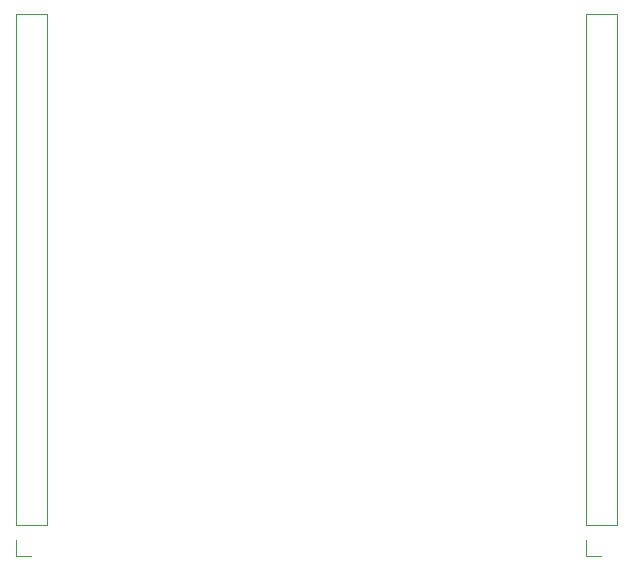
<source format=gbr>
%TF.GenerationSoftware,KiCad,Pcbnew,7.0.9*%
%TF.CreationDate,2024-03-24T12:36:59+01:00*%
%TF.ProjectId,PowerPiNano,506f7765-7250-4694-9e61-6e6f2e6b6963,rev?*%
%TF.SameCoordinates,Original*%
%TF.FileFunction,Legend,Bot*%
%TF.FilePolarity,Positive*%
%FSLAX46Y46*%
G04 Gerber Fmt 4.6, Leading zero omitted, Abs format (unit mm)*
G04 Created by KiCad (PCBNEW 7.0.9) date 2024-03-24 12:36:59*
%MOMM*%
%LPD*%
G01*
G04 APERTURE LIST*
%ADD10C,0.120000*%
G04 APERTURE END LIST*
D10*
%TO.C,J4*%
X171341371Y-83490000D02*
X174001371Y-83490000D01*
X171341371Y-126730000D02*
X171341371Y-83490000D01*
X171341371Y-126730000D02*
X174001371Y-126730000D01*
X171341371Y-128000000D02*
X171341371Y-129330000D01*
X171341371Y-129330000D02*
X172671371Y-129330000D01*
X174001371Y-126730000D02*
X174001371Y-83490000D01*
%TO.C,J5*%
X123081371Y-83490000D02*
X125741371Y-83490000D01*
X123081371Y-126730000D02*
X123081371Y-83490000D01*
X123081371Y-126730000D02*
X125741371Y-126730000D01*
X123081371Y-128000000D02*
X123081371Y-129330000D01*
X123081371Y-129330000D02*
X124411371Y-129330000D01*
X125741371Y-126730000D02*
X125741371Y-83490000D01*
%TD*%
M02*

</source>
